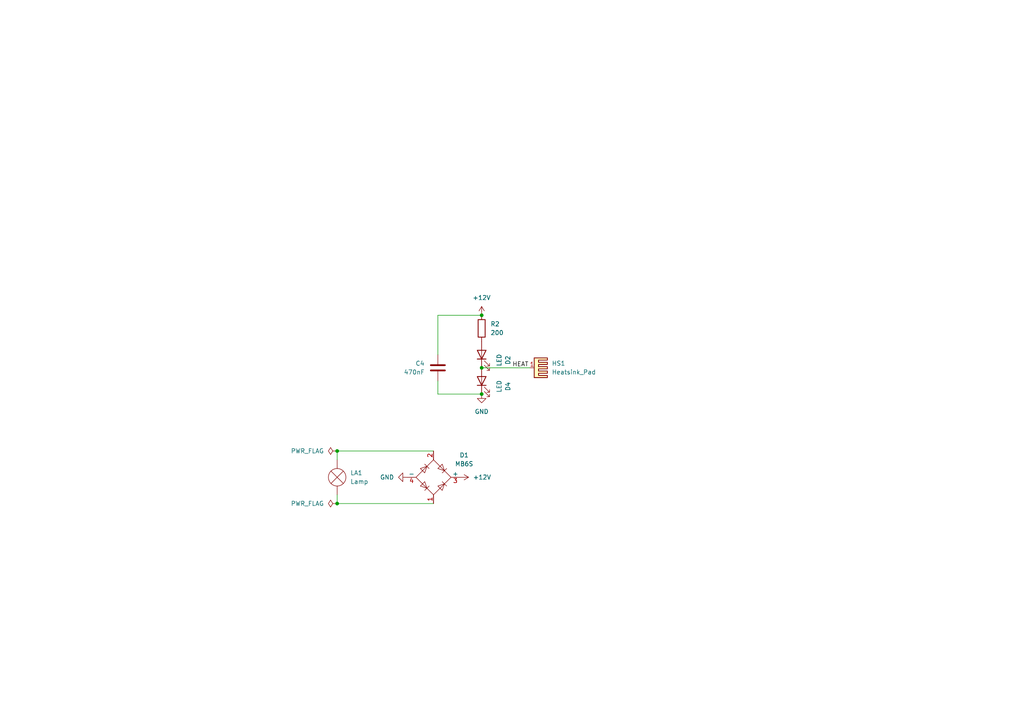
<source format=kicad_sch>
(kicad_sch (version 20250114) (generator "eeschema") (generator_version "9.0")
  (paper "A4")
  (lib_symbols
    (symbol "Device:C" (pin_numbers (hide yes)) (pin_names (offset 0.254))
      (property "Reference" "C" (at 0.635 2.54 0))
      (property "Value" "C" (at 0.635 -2.54 0))
      (symbol "C_0_1"
        (polyline (pts (xy -2.032 0.762) (xy 2.032 0.762)) (stroke (width 0.508)))
        (polyline (pts (xy -2.032 -0.762) (xy 2.032 -0.762)) (stroke (width 0.508)))
      )
      (symbol "C_1_1"
        (pin passive line (at 0 3.81 270) (length 2.794) (name "~") (number "1"))
        (pin passive line (at 0 -3.81 90) (length 2.794) (name "~") (number "2"))
      )
    )
    (symbol "Device:LED" (pin_numbers (hide yes)) (pin_names (offset 1.016) (hide yes))
      (property "Reference" "D" (at 0 2.54 0))
      (property "Value" "LED" (at 0 -2.54 0))
      (symbol "LED_0_1"
        (polyline (pts (xy -3.048 -0.762) (xy -4.572 -2.286) (xy -3.81 -2.286) (xy -4.572 -2.286) (xy -4.572 -1.524)))
        (polyline (pts (xy -1.778 -0.762) (xy -3.302 -2.286) (xy -2.54 -2.286) (xy -3.302 -2.286) (xy -3.302 -1.524)))
        (polyline (pts (xy -1.27 0) (xy 1.27 0)))
        (polyline (pts (xy -1.27 -1.27) (xy -1.27 1.27)) (stroke (width 0.254)))
        (polyline (pts (xy 1.27 -1.27) (xy 1.27 1.27) (xy -1.27 0) (xy 1.27 -1.27)) (stroke (width 0.254)))
      )
      (symbol "LED_1_1"
        (pin passive line (at -3.81 0 0) (length 2.54) (name "K") (number "1"))
        (pin passive line (at 3.81 0 180) (length 2.54) (name "A") (number "2"))
      )
    )
    (symbol "Device:Lamp" (pin_numbers (hide yes)) (pin_names (offset 0.0254) (hide yes))
      (property "Reference" "LA" (at 0.635 3.81 0))
      (property "Value" "Lamp" (at 0.635 -3.81 0))
      (symbol "Lamp_0_1"
        (polyline (pts (xy -1.778 1.778) (xy 1.778 -1.778)))
        (circle (center 0 0) (radius 2.54))
        (polyline (pts (xy 1.778 1.778) (xy -1.778 -1.778)))
      )
      (symbol "Lamp_1_1"
        (pin passive line (at 0 5.08 270) (length 2.54) (name "+") (number "2"))
        (pin passive line (at 0 -5.08 90) (length 2.54) (name "-") (number "1"))
      )
    )
    (symbol "Device:R" (pin_numbers (hide yes)) (pin_names (offset 0))
      (property "Reference" "R" (at 2.032 0 90))
      (property "Value" "R" (at 0 0 90))
      (symbol "R_0_1"
        (rectangle (start -1.016 -2.54) (end 1.016 2.54) (stroke (width 0.254)))
      )
      (symbol "R_1_1"
        (pin passive line (at 0 3.81 270) (length 1.27) (name "~") (number "1"))
        (pin passive line (at 0 -3.81 90) (length 1.27) (name "~") (number "2"))
      )
    )
    (symbol "Diode_Bridge:MB6S" (pin_names (offset 0))
      (property "Reference" "D" (at 2.54 6.985 0))
      (property "Value" "MB6S" (at 2.54 5.08 0))
      (symbol "MB6S_0_1"
        (polyline (pts (xy -5.08 0) (xy 0 -5.08) (xy 5.08 0) (xy 0 5.08) (xy -5.08 0)))
        (polyline (pts (xy -3.81 2.54) (xy -2.54 1.27) (xy -1.905 3.175) (xy -3.81 2.54)))
        (polyline (pts (xy -2.54 3.81) (xy -1.27 2.54)))
        (polyline (pts (xy -2.54 -1.27) (xy -3.81 -2.54) (xy -1.905 -3.175) (xy -2.54 -1.27)))
        (polyline (pts (xy -1.27 -2.54) (xy -2.54 -3.81)))
        (polyline (pts (xy 1.27 2.54) (xy 2.54 3.81) (xy 3.175 1.905) (xy 1.27 2.54)))
        (polyline (pts (xy 2.54 1.27) (xy 3.81 2.54)))
        (polyline (pts (xy 2.54 -1.27) (xy 3.81 -2.54)))
        (polyline (pts (xy 3.175 -1.905) (xy 1.27 -2.54) (xy 2.54 -3.81) (xy 3.175 -1.905)))
      )
      (symbol "MB6S_1_1"
        (pin passive line (at -7.62 0 0) (length 2.54) (name "-") (number "4"))
        (pin passive line (at 0 7.62 270) (length 2.54) (name "~") (number "2"))
        (pin passive line (at 0 -7.62 90) (length 2.54) (name "~") (number "1"))
        (pin passive line (at 7.62 0 180) (length 2.54) (name "+") (number "3"))
      )
    )
    (symbol "Mechanical:Heatsink_Pad" (pin_names (offset 0)) (exclude_from_sim yes)
      (property "Reference" "HS" (at 0 5.715 0))
      (property "Value" "Heatsink_Pad" (at 0 3.81 0))
      (symbol "Heatsink_Pad_0_1"
        (polyline (pts (xy -0.3302 0) (xy -0.9652 0) (xy -0.9652 2.54) (xy -1.6002 2.54) (xy -1.6002 0) (xy -2.2352 0) (xy -2.2352 2.54) (xy -2.8702 2.54) (xy -2.8702 -1.27) (xy -0.9652 -1.27)) (stroke (width 0.254)) (fill (type background)))
        (polyline (pts (xy -0.3302 0) (xy -0.3302 2.54) (xy 0.3048 2.54) (xy 0.3048 0) (xy 0.9398 0) (xy 0.9398 2.54) (xy 1.5748 2.54) (xy 1.5748 0) (xy 2.2098 0) (xy 2.2098 2.54) (xy 2.8448 2.54) (xy 2.8448 -1.27) (xy -0.9652 -1.27)) (stroke (width 0.254)) (fill (type background)))
      )
      (symbol "Heatsink_Pad_1_1"
        (pin passive line (at 0 -2.54 90) (length 1.27) (name "~") (number "1"))
      )
    )
    (symbol "power:+12V" (power) (pin_numbers (hide yes)) (pin_names (offset 0) (hide yes))
      (property "Value" "+12V" (at 0 3.556 0))
      (symbol "+12V_0_1"
        (polyline (pts (xy -0.762 1.27) (xy 0 2.54)))
        (polyline (pts (xy 0 2.54) (xy 0.762 1.27)))
        (polyline (pts (xy 0 0) (xy 0 2.54)))
      )
      (symbol "+12V_1_1"
        (pin power_in line (at 0 0 90) (length 0) (name "~") (number "1"))
      )
    )
    (symbol "power:GND" (power) (pin_numbers (hide yes)) (pin_names (offset 0) (hide yes))
      (property "Value" "GND" (at 0 -3.81 0))
      (symbol "GND_0_1"
        (polyline (pts (xy 0 0) (xy 0 -1.27) (xy 1.27 -1.27) (xy 0 -2.54) (xy -1.27 -1.27) (xy 0 -1.27)))
      )
      (symbol "GND_1_1"
        (pin power_in line (at 0 0 270) (length 0) (name "~") (number "1"))
      )
    )
    (symbol "power:PWR_FLAG" (power) (pin_numbers (hide yes)) (pin_names (offset 0) (hide yes))
      (property "Value" "PWR_FLAG" (at 0 3.81 0))
      (symbol "PWR_FLAG_0_0"
        (pin power_out line (at 0 0 90) (length 0) (name "~") (number "1"))
      )
      (symbol "PWR_FLAG_0_1"
        (polyline (pts (xy 0 0) (xy 0 1.27) (xy -1.016 1.905) (xy 0 2.54) (xy 1.016 1.905) (xy 0 1.27)))
      )
    )
  )
  (junction (at 97.79 146.05))
  (junction (at 139.7 91.44))
  (junction (at 97.79 130.81))
  (junction (at 139.7 114.3))
  (junction (at 139.7 106.68))
  (wire (pts (xy 97.79 146.05) (xy 97.79 143.51)))
  (wire (pts (xy 127 114.3) (xy 139.7 114.3)))
  (wire (pts (xy 125.73 146.05) (xy 97.79 146.05)))
  (wire (pts (xy 127 110.49) (xy 127 114.3)))
  (wire (pts (xy 127 91.44) (xy 139.7 91.44)))
  (wire (pts (xy 153.67 106.68) (xy 139.7 106.68)))
  (wire (pts (xy 97.79 130.81) (xy 97.79 133.35)))
  (wire (pts (xy 127 102.87) (xy 127 91.44)))
  (wire (pts (xy 125.73 130.81) (xy 97.79 130.81)))
  (label "HEAT" (at 148.59 106.68 0))
  (symbol (lib_id "Device:C") (at 127 106.68 0) (mirror y) (unit 1)
    (property "Reference" "C4" (at 123.19 105.4099 0) (effects (justify left)))
    (property "Value" "470nF" (at 123.19 107.9499 0) (effects (justify left)))
    (property "Footprint" "Capacitor_SMD:C_0603_1608Metric" (effects (hide yes)))
    (property "Description" "Unpolarized capacitor" (effects (hide yes)))
  )
  (symbol (lib_id "power:+12V") (at 139.7 91.44 0) (unit 1)
    (property "Reference" "#PWR02" (effects (hide yes)))
    (property "Value" "+12V" (at 139.7 86.36 0))
    (property "Description" "Power symbol creates a global label with name \"+12V\"" (effects (hide yes)))
  )
  (symbol (lib_id "power:PWR_FLAG") (at 97.79 130.81 90) (unit 1)
    (property "Reference" "#FLG01" (effects (hide yes)))
    (property "Value" "PWR_FLAG" (at 93.98 130.8099 90) (effects (justify left)))
    (property "Description" "Special symbol for telling ERC where power comes from" (effects (hide yes)))
  )
  (symbol (lib_id "power:GND") (at 139.7 114.3 0) (unit 1)
    (property "Reference" "#PWR01" (effects (hide yes)))
    (property "Value" "GND" (at 139.7 119.38 0))
    (property "Description" "Power symbol creates a global label with name \"GND\" , ground" (effects (hide yes)))
  )
  (symbol (lib_id "power:+12V") (at 133.35 138.43 270) (unit 1)
    (property "Reference" "#PWR04" (effects (hide yes)))
    (property "Value" "+12V" (at 137.16 138.4299 90) (effects (justify left)))
    (property "Description" "Power symbol creates a global label with name \"+12V\"" (effects (hide yes)))
  )
  (symbol (lib_id "Device:LED") (at 139.7 102.87 90) (unit 1)
    (property "Reference" "D2" (at 147.32 104.4575 0))
    (property "Value" "LED" (at 144.78 104.4575 0))
    (property "Footprint" "LED_SMD:LED_PLCC_2835_Handsoldering" (effects (hide yes)))
    (property "Description" "Light emitting diode" (effects (hide yes)))
    (property "Sim.Pins" "1=K 2=A" (effects (hide yes)))
  )
  (symbol (lib_id "power:GND") (at 118.11 138.43 270) (unit 1)
    (property "Reference" "#PWR03" (effects (hide yes)))
    (property "Value" "GND" (at 114.3 138.4299 90) (effects (justify right)))
    (property "Description" "Power symbol creates a global label with name \"GND\" , ground" (effects (hide yes)))
  )
  (symbol (lib_id "power:PWR_FLAG") (at 97.79 146.05 90) (unit 1)
    (property "Reference" "#FLG02" (effects (hide yes)))
    (property "Value" "PWR_FLAG" (at 93.98 146.0499 90) (effects (justify left)))
    (property "Description" "Special symbol for telling ERC where power comes from" (effects (hide yes)))
  )
  (symbol (lib_id "Mechanical:Heatsink_Pad") (at 156.21 106.68 270) (unit 1) (exclude_from_sim yes)
    (property "Reference" "HS1" (at 160.02 105.3972 90) (effects (justify left)))
    (property "Value" "Heatsink_Pad" (at 160.02 107.9372 90) (effects (justify left)))
    (property "Description" "Heatsink with electrical connection, 1 pin" (effects (hide yes)))
  )
  (symbol (lib_id "Device:R") (at 139.7 95.25 0) (unit 1)
    (property "Reference" "R2" (at 142.24 93.9799 0) (effects (justify left)))
    (property "Value" "200" (at 142.24 96.5199 0) (effects (justify left)))
    (property "Footprint" "Resistor_SMD:R_0603_1608Metric" (effects (hide yes)))
    (property "Description" "Resistor" (effects (hide yes)))
  )
  (symbol (lib_id "Device:Lamp") (at 97.79 138.43 0) (unit 1) (in_bom no)
    (property "Reference" "LA1" (at 101.6 137.1599 0) (effects (justify left)))
    (property "Value" "Lamp" (at 101.6 139.6999 0) (effects (justify left)))
    (property "Footprint" "Lampe:Lampenstecker_klein" (effects (hide yes)))
    (property "Description" "Lamp" (effects (hide yes)))
  )
  (symbol (lib_id "Diode_Bridge:MB6S") (at 125.73 138.43 0) (unit 1)
    (property "Reference" "D1" (at 134.62 132.0098 0))
    (property "Value" "MB6S" (at 134.62 134.5498 0))
    (property "Footprint" "Package_TO_SOT_SMD:TO-269AA" (effects (hide yes)))
    (property "Datasheet" "http://www.vishay.com/docs/88573/dfs.pdf" (effects (hide yes)))
    (property "Description" "Miniature Glass Passivated Single-Phase Surface Mount Bridge Rectifiers, 700V Vrms, 1.0A If, DFS SMD package" (effects (hide yes)))
  )
  (symbol (lib_id "Device:LED") (at 139.7 110.49 90) (unit 1)
    (property "Reference" "D4" (at 147.32 112.0775 0))
    (property "Value" "LED" (at 144.78 112.0775 0))
    (property "Footprint" "LED_SMD:LED_PLCC_2835_Handsoldering" (effects (hide yes)))
    (property "Description" "Light emitting diode" (effects (hide yes)))
    (property "Sim.Pins" "1=K 2=A" (effects (hide yes)))
  )
)
</source>
